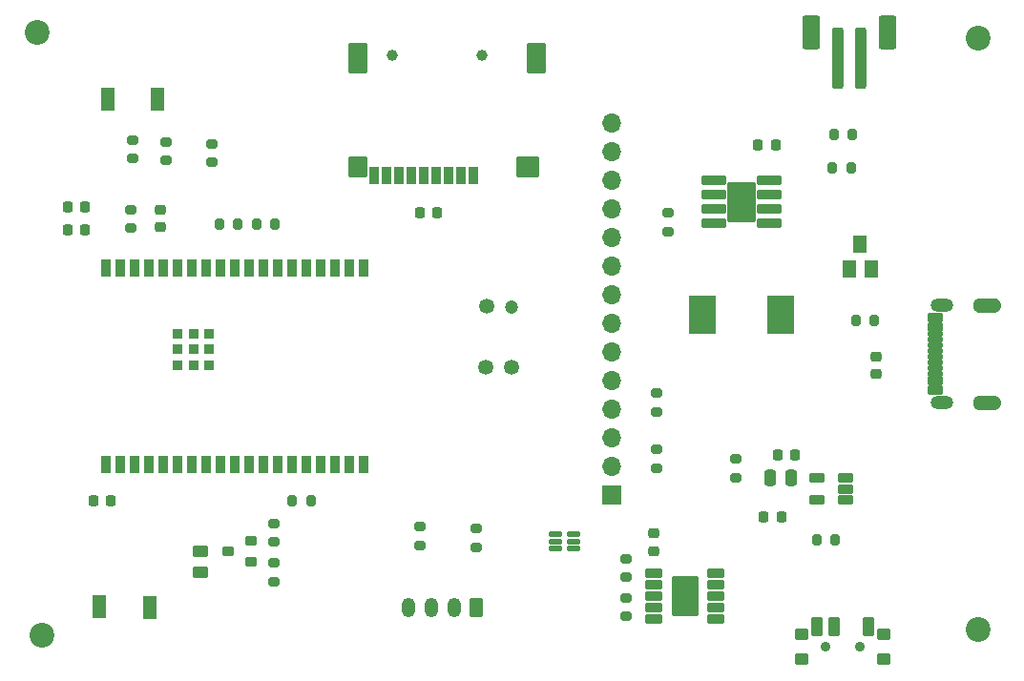
<source format=gbr>
%TF.GenerationSoftware,KiCad,Pcbnew,8.0.7*%
%TF.CreationDate,2025-04-23T11:54:06+05:30*%
%TF.ProjectId,schem,73636865-6d2e-46b6-9963-61645f706362,rev?*%
%TF.SameCoordinates,Original*%
%TF.FileFunction,Soldermask,Bot*%
%TF.FilePolarity,Negative*%
%FSLAX46Y46*%
G04 Gerber Fmt 4.6, Leading zero omitted, Abs format (unit mm)*
G04 Created by KiCad (PCBNEW 8.0.7) date 2025-04-23 11:54:06*
%MOMM*%
%LPD*%
G01*
G04 APERTURE LIST*
G04 Aperture macros list*
%AMRoundRect*
0 Rectangle with rounded corners*
0 $1 Rounding radius*
0 $2 $3 $4 $5 $6 $7 $8 $9 X,Y pos of 4 corners*
0 Add a 4 corners polygon primitive as box body*
4,1,4,$2,$3,$4,$5,$6,$7,$8,$9,$2,$3,0*
0 Add four circle primitives for the rounded corners*
1,1,$1+$1,$2,$3*
1,1,$1+$1,$4,$5*
1,1,$1+$1,$6,$7*
1,1,$1+$1,$8,$9*
0 Add four rect primitives between the rounded corners*
20,1,$1+$1,$2,$3,$4,$5,0*
20,1,$1+$1,$4,$5,$6,$7,0*
20,1,$1+$1,$6,$7,$8,$9,0*
20,1,$1+$1,$8,$9,$2,$3,0*%
G04 Aperture macros list end*
%ADD10C,0.010000*%
%ADD11C,0.999997*%
%ADD12RoundRect,0.102000X-0.350000X-0.650000X0.350000X-0.650000X0.350000X0.650000X-0.350000X0.650000X0*%
%ADD13RoundRect,0.102000X-0.723900X-0.825500X0.723900X-0.825500X0.723900X0.825500X-0.723900X0.825500X0*%
%ADD14RoundRect,0.102000X-0.723900X-1.219200X0.723900X-1.219200X0.723900X1.219200X-0.723900X1.219200X0*%
%ADD15RoundRect,0.102000X-0.927100X-0.825500X0.927100X-0.825500X0.927100X0.825500X-0.927100X0.825500X0*%
%ADD16O,2.004000X1.204000*%
%ADD17RoundRect,0.102000X-0.575000X0.150000X-0.575000X-0.150000X0.575000X-0.150000X0.575000X0.150000X0*%
%ADD18RoundRect,0.102000X-0.575000X0.300000X-0.575000X-0.300000X0.575000X-0.300000X0.575000X0.300000X0*%
%ADD19RoundRect,0.102000X0.500000X0.400000X-0.500000X0.400000X-0.500000X-0.400000X0.500000X-0.400000X0*%
%ADD20RoundRect,0.102000X0.400000X0.750000X-0.400000X0.750000X-0.400000X-0.750000X0.400000X-0.750000X0*%
%ADD21C,0.900000*%
%ADD22C,2.200000*%
%ADD23R,1.700000X1.700000*%
%ADD24O,1.700000X1.700000*%
%ADD25RoundRect,0.102000X-0.495000X0.150000X-0.495000X-0.150000X0.495000X-0.150000X0.495000X0.150000X0*%
%ADD26R,0.900000X1.500000*%
%ADD27R,0.900000X0.900000*%
%ADD28RoundRect,0.200000X0.275000X-0.200000X0.275000X0.200000X-0.275000X0.200000X-0.275000X-0.200000X0*%
%ADD29RoundRect,0.198500X0.508500X0.198500X-0.508500X0.198500X-0.508500X-0.198500X0.508500X-0.198500X0*%
%ADD30RoundRect,0.225000X0.225000X0.250000X-0.225000X0.250000X-0.225000X-0.250000X0.225000X-0.250000X0*%
%ADD31RoundRect,0.250000X0.250000X2.500000X-0.250000X2.500000X-0.250000X-2.500000X0.250000X-2.500000X0*%
%ADD32RoundRect,0.250000X0.550000X1.250000X-0.550000X1.250000X-0.550000X-1.250000X0.550000X-1.250000X0*%
%ADD33RoundRect,0.200000X-0.275000X0.200000X-0.275000X-0.200000X0.275000X-0.200000X0.275000X0.200000X0*%
%ADD34C,1.350000*%
%ADD35C,1.200000*%
%ADD36RoundRect,0.102000X1.050000X1.650000X-1.050000X1.650000X-1.050000X-1.650000X1.050000X-1.650000X0*%
%ADD37RoundRect,0.102000X0.655000X0.300000X-0.655000X0.300000X-0.655000X-0.300000X0.655000X-0.300000X0*%
%ADD38RoundRect,0.200000X0.200000X0.275000X-0.200000X0.275000X-0.200000X-0.275000X0.200000X-0.275000X0*%
%ADD39RoundRect,0.225000X-0.250000X0.225000X-0.250000X-0.225000X0.250000X-0.225000X0.250000X0.225000X0*%
%ADD40RoundRect,0.100500X-0.986500X-0.301500X0.986500X-0.301500X0.986500X0.301500X-0.986500X0.301500X0*%
%ADD41RoundRect,0.102000X-1.206500X-1.651000X1.206500X-1.651000X1.206500X1.651000X-1.206500X1.651000X0*%
%ADD42RoundRect,0.200000X-0.200000X-0.275000X0.200000X-0.275000X0.200000X0.275000X-0.200000X0.275000X0*%
%ADD43R,1.220000X2.060000*%
%ADD44RoundRect,0.102000X0.400000X0.300000X-0.400000X0.300000X-0.400000X-0.300000X0.400000X-0.300000X0*%
%ADD45RoundRect,0.225000X0.250000X-0.225000X0.250000X0.225000X-0.250000X0.225000X-0.250000X-0.225000X0*%
%ADD46RoundRect,0.102000X0.500000X0.700000X-0.500000X0.700000X-0.500000X-0.700000X0.500000X-0.700000X0*%
%ADD47RoundRect,0.102000X1.125000X1.590000X-1.125000X1.590000X-1.125000X-1.590000X1.125000X-1.590000X0*%
%ADD48RoundRect,0.250000X0.250000X0.475000X-0.250000X0.475000X-0.250000X-0.475000X0.250000X-0.475000X0*%
%ADD49RoundRect,0.250000X0.350000X0.625000X-0.350000X0.625000X-0.350000X-0.625000X0.350000X-0.625000X0*%
%ADD50O,1.200000X1.750000*%
%ADD51RoundRect,0.250000X0.450000X-0.262500X0.450000X0.262500X-0.450000X0.262500X-0.450000X-0.262500X0*%
G04 APERTURE END LIST*
D10*
%TO.C,J5*%
X178393499Y-113721000D02*
X178425498Y-113722995D01*
X178456499Y-113726997D01*
X178487497Y-113732999D01*
X178517496Y-113740001D01*
X178547498Y-113748998D01*
X178577503Y-113759999D01*
X178606497Y-113772002D01*
X178634497Y-113785005D01*
X178662499Y-113800001D01*
X178689501Y-113816998D01*
X178715501Y-113835000D01*
X178740500Y-113854000D01*
X178763497Y-113873997D01*
X178786498Y-113895996D01*
X178808499Y-113918997D01*
X178828500Y-113942000D01*
X178847498Y-113967000D01*
X178865499Y-113992998D01*
X178882496Y-114020005D01*
X178897500Y-114047996D01*
X178910494Y-114076003D01*
X178922505Y-114104997D01*
X178933494Y-114135001D01*
X178942499Y-114164993D01*
X178949495Y-114195003D01*
X178955501Y-114225998D01*
X178959497Y-114256998D01*
X178961493Y-114289001D01*
X178962500Y-114319997D01*
X178961499Y-114351001D01*
X178959499Y-114383001D01*
X178955493Y-114413998D01*
X178949493Y-114445002D01*
X178942506Y-114475004D01*
X178933497Y-114505003D01*
X178922494Y-114535002D01*
X178910498Y-114563998D01*
X178897502Y-114591999D01*
X178882499Y-114619999D01*
X178865494Y-114646999D01*
X178847495Y-114673004D01*
X178828498Y-114698000D01*
X178808501Y-114720996D01*
X178786501Y-114744004D01*
X178763496Y-114766001D01*
X178740502Y-114786000D01*
X178715501Y-114805000D01*
X178689496Y-114822998D01*
X178662495Y-114840005D01*
X178634492Y-114855001D01*
X178606501Y-114868000D01*
X178577497Y-114880007D01*
X178547496Y-114890997D01*
X178517493Y-114900002D01*
X178487500Y-114906996D01*
X178456494Y-114913004D01*
X178425495Y-114917002D01*
X178393505Y-114919002D01*
X178362499Y-114920002D01*
X177762494Y-114920000D01*
X177162500Y-114919994D01*
X177131500Y-114918999D01*
X177099492Y-114916997D01*
X177068495Y-114912997D01*
X177037496Y-114907003D01*
X177007494Y-114900000D01*
X176977496Y-114891002D01*
X176947498Y-114879997D01*
X176918498Y-114867997D01*
X176890493Y-114855003D01*
X176862498Y-114839994D01*
X176835495Y-114823001D01*
X176809500Y-114804998D01*
X176784501Y-114785996D01*
X176761495Y-114766001D01*
X176738499Y-114743995D01*
X176716503Y-114721001D01*
X176696498Y-114698000D01*
X176677499Y-114672998D01*
X176659496Y-114647000D01*
X176642500Y-114620000D01*
X176627501Y-114592005D01*
X176614496Y-114564001D01*
X176602490Y-114535003D01*
X176591501Y-114504996D01*
X176582499Y-114474999D01*
X176575496Y-114444997D01*
X176569496Y-114414000D01*
X176565498Y-114382999D01*
X176563497Y-114351001D01*
X176562495Y-114320000D01*
X176563496Y-114288999D01*
X176565501Y-114257005D01*
X176569500Y-114226001D01*
X176575496Y-114195001D01*
X176582502Y-114165001D01*
X176591496Y-114134999D01*
X176602506Y-114105002D01*
X176614496Y-114076002D01*
X176627500Y-114048002D01*
X176642497Y-114019996D01*
X176659497Y-113993001D01*
X176677500Y-113966999D01*
X176696499Y-113941999D01*
X176716498Y-113919003D01*
X176738498Y-113896003D01*
X176761499Y-113874003D01*
X176784502Y-113854001D01*
X176809500Y-113834999D01*
X176835500Y-113817001D01*
X176862498Y-113799999D01*
X176890494Y-113784995D01*
X176918497Y-113771998D01*
X176947502Y-113760000D01*
X176977498Y-113749002D01*
X177007496Y-113739999D01*
X177037497Y-113733004D01*
X177068500Y-113727008D01*
X177099495Y-113723005D01*
X177131500Y-113720999D01*
X177162503Y-113720002D01*
X177762496Y-113719998D01*
X178362501Y-113719997D01*
X178393499Y-113721000D01*
G36*
X178393499Y-113721000D02*
G01*
X178425498Y-113722995D01*
X178456499Y-113726997D01*
X178487497Y-113732999D01*
X178517496Y-113740001D01*
X178547498Y-113748998D01*
X178577503Y-113759999D01*
X178606497Y-113772002D01*
X178634497Y-113785005D01*
X178662499Y-113800001D01*
X178689501Y-113816998D01*
X178715501Y-113835000D01*
X178740500Y-113854000D01*
X178763497Y-113873997D01*
X178786498Y-113895996D01*
X178808499Y-113918997D01*
X178828500Y-113942000D01*
X178847498Y-113967000D01*
X178865499Y-113992998D01*
X178882496Y-114020005D01*
X178897500Y-114047996D01*
X178910494Y-114076003D01*
X178922505Y-114104997D01*
X178933494Y-114135001D01*
X178942499Y-114164993D01*
X178949495Y-114195003D01*
X178955501Y-114225998D01*
X178959497Y-114256998D01*
X178961493Y-114289001D01*
X178962500Y-114319997D01*
X178961499Y-114351001D01*
X178959499Y-114383001D01*
X178955493Y-114413998D01*
X178949493Y-114445002D01*
X178942506Y-114475004D01*
X178933497Y-114505003D01*
X178922494Y-114535002D01*
X178910498Y-114563998D01*
X178897502Y-114591999D01*
X178882499Y-114619999D01*
X178865494Y-114646999D01*
X178847495Y-114673004D01*
X178828498Y-114698000D01*
X178808501Y-114720996D01*
X178786501Y-114744004D01*
X178763496Y-114766001D01*
X178740502Y-114786000D01*
X178715501Y-114805000D01*
X178689496Y-114822998D01*
X178662495Y-114840005D01*
X178634492Y-114855001D01*
X178606501Y-114868000D01*
X178577497Y-114880007D01*
X178547496Y-114890997D01*
X178517493Y-114900002D01*
X178487500Y-114906996D01*
X178456494Y-114913004D01*
X178425495Y-114917002D01*
X178393505Y-114919002D01*
X178362499Y-114920002D01*
X177762494Y-114920000D01*
X177162500Y-114919994D01*
X177131500Y-114918999D01*
X177099492Y-114916997D01*
X177068495Y-114912997D01*
X177037496Y-114907003D01*
X177007494Y-114900000D01*
X176977496Y-114891002D01*
X176947498Y-114879997D01*
X176918498Y-114867997D01*
X176890493Y-114855003D01*
X176862498Y-114839994D01*
X176835495Y-114823001D01*
X176809500Y-114804998D01*
X176784501Y-114785996D01*
X176761495Y-114766001D01*
X176738499Y-114743995D01*
X176716503Y-114721001D01*
X176696498Y-114698000D01*
X176677499Y-114672998D01*
X176659496Y-114647000D01*
X176642500Y-114620000D01*
X176627501Y-114592005D01*
X176614496Y-114564001D01*
X176602490Y-114535003D01*
X176591501Y-114504996D01*
X176582499Y-114474999D01*
X176575496Y-114444997D01*
X176569496Y-114414000D01*
X176565498Y-114382999D01*
X176563497Y-114351001D01*
X176562495Y-114320000D01*
X176563496Y-114288999D01*
X176565501Y-114257005D01*
X176569500Y-114226001D01*
X176575496Y-114195001D01*
X176582502Y-114165001D01*
X176591496Y-114134999D01*
X176602506Y-114105002D01*
X176614496Y-114076002D01*
X176627500Y-114048002D01*
X176642497Y-114019996D01*
X176659497Y-113993001D01*
X176677500Y-113966999D01*
X176696499Y-113941999D01*
X176716498Y-113919003D01*
X176738498Y-113896003D01*
X176761499Y-113874003D01*
X176784502Y-113854001D01*
X176809500Y-113834999D01*
X176835500Y-113817001D01*
X176862498Y-113799999D01*
X176890494Y-113784995D01*
X176918497Y-113771998D01*
X176947502Y-113760000D01*
X176977498Y-113749002D01*
X177007496Y-113739999D01*
X177037497Y-113733004D01*
X177068500Y-113727008D01*
X177099495Y-113723005D01*
X177131500Y-113720999D01*
X177162503Y-113720002D01*
X177762496Y-113719998D01*
X178362501Y-113719997D01*
X178393499Y-113721000D01*
G37*
X177762502Y-105080000D02*
X178362496Y-105080006D01*
X178393496Y-105081001D01*
X178425504Y-105083003D01*
X178456501Y-105087003D01*
X178487500Y-105092997D01*
X178517502Y-105100000D01*
X178547500Y-105108998D01*
X178577498Y-105120003D01*
X178606498Y-105132003D01*
X178634503Y-105144997D01*
X178662498Y-105160006D01*
X178689501Y-105176999D01*
X178715496Y-105195002D01*
X178740495Y-105214004D01*
X178763501Y-105233999D01*
X178786497Y-105256005D01*
X178808493Y-105278999D01*
X178828498Y-105302000D01*
X178847497Y-105327002D01*
X178865500Y-105353000D01*
X178882496Y-105380000D01*
X178897495Y-105407995D01*
X178910500Y-105435999D01*
X178922506Y-105464997D01*
X178933495Y-105495004D01*
X178942497Y-105525001D01*
X178949500Y-105555003D01*
X178955500Y-105586000D01*
X178959498Y-105617001D01*
X178961499Y-105648999D01*
X178962501Y-105680000D01*
X178961500Y-105711001D01*
X178959495Y-105742995D01*
X178955496Y-105773999D01*
X178949500Y-105804999D01*
X178942494Y-105834999D01*
X178933500Y-105865001D01*
X178922490Y-105894998D01*
X178910500Y-105923998D01*
X178897496Y-105951998D01*
X178882499Y-105980004D01*
X178865499Y-106006999D01*
X178847496Y-106033001D01*
X178828497Y-106058001D01*
X178808498Y-106080997D01*
X178786498Y-106103997D01*
X178763497Y-106125997D01*
X178740494Y-106145999D01*
X178715496Y-106165001D01*
X178689496Y-106182999D01*
X178662498Y-106200001D01*
X178634502Y-106215005D01*
X178606499Y-106228002D01*
X178577494Y-106240000D01*
X178547498Y-106250998D01*
X178517500Y-106260001D01*
X178487499Y-106266996D01*
X178456496Y-106272992D01*
X178425501Y-106276995D01*
X178393496Y-106279001D01*
X178362493Y-106279998D01*
X177762500Y-106280002D01*
X177162495Y-106280003D01*
X177131497Y-106279000D01*
X177099498Y-106277005D01*
X177068497Y-106273003D01*
X177037499Y-106267001D01*
X177007500Y-106259999D01*
X176977498Y-106251002D01*
X176947493Y-106240001D01*
X176918499Y-106227998D01*
X176890499Y-106214995D01*
X176862497Y-106199999D01*
X176835495Y-106183002D01*
X176809495Y-106165000D01*
X176784496Y-106146000D01*
X176761499Y-106126003D01*
X176738498Y-106104004D01*
X176716497Y-106081003D01*
X176696496Y-106058000D01*
X176677498Y-106033000D01*
X176659497Y-106007002D01*
X176642500Y-105979995D01*
X176627496Y-105952004D01*
X176614502Y-105923997D01*
X176602491Y-105895003D01*
X176591502Y-105864999D01*
X176582497Y-105835007D01*
X176575501Y-105804997D01*
X176569495Y-105774002D01*
X176565499Y-105743002D01*
X176563503Y-105710999D01*
X176562496Y-105680003D01*
X176563497Y-105648999D01*
X176565497Y-105616999D01*
X176569503Y-105586002D01*
X176575503Y-105554998D01*
X176582490Y-105524996D01*
X176591499Y-105494997D01*
X176602502Y-105464998D01*
X176614498Y-105436002D01*
X176627494Y-105408001D01*
X176642497Y-105380001D01*
X176659502Y-105353001D01*
X176677501Y-105326996D01*
X176696498Y-105302000D01*
X176716495Y-105279004D01*
X176738495Y-105255996D01*
X176761500Y-105233999D01*
X176784494Y-105214000D01*
X176809495Y-105195000D01*
X176835500Y-105177002D01*
X176862501Y-105159995D01*
X176890504Y-105144999D01*
X176918495Y-105132000D01*
X176947499Y-105119993D01*
X176977500Y-105109003D01*
X177007503Y-105099998D01*
X177037496Y-105093004D01*
X177068502Y-105086996D01*
X177099501Y-105082998D01*
X177131491Y-105080998D01*
X177162497Y-105079998D01*
X177762502Y-105080000D01*
G36*
X177762502Y-105080000D02*
G01*
X178362496Y-105080006D01*
X178393496Y-105081001D01*
X178425504Y-105083003D01*
X178456501Y-105087003D01*
X178487500Y-105092997D01*
X178517502Y-105100000D01*
X178547500Y-105108998D01*
X178577498Y-105120003D01*
X178606498Y-105132003D01*
X178634503Y-105144997D01*
X178662498Y-105160006D01*
X178689501Y-105176999D01*
X178715496Y-105195002D01*
X178740495Y-105214004D01*
X178763501Y-105233999D01*
X178786497Y-105256005D01*
X178808493Y-105278999D01*
X178828498Y-105302000D01*
X178847497Y-105327002D01*
X178865500Y-105353000D01*
X178882496Y-105380000D01*
X178897495Y-105407995D01*
X178910500Y-105435999D01*
X178922506Y-105464997D01*
X178933495Y-105495004D01*
X178942497Y-105525001D01*
X178949500Y-105555003D01*
X178955500Y-105586000D01*
X178959498Y-105617001D01*
X178961499Y-105648999D01*
X178962501Y-105680000D01*
X178961500Y-105711001D01*
X178959495Y-105742995D01*
X178955496Y-105773999D01*
X178949500Y-105804999D01*
X178942494Y-105834999D01*
X178933500Y-105865001D01*
X178922490Y-105894998D01*
X178910500Y-105923998D01*
X178897496Y-105951998D01*
X178882499Y-105980004D01*
X178865499Y-106006999D01*
X178847496Y-106033001D01*
X178828497Y-106058001D01*
X178808498Y-106080997D01*
X178786498Y-106103997D01*
X178763497Y-106125997D01*
X178740494Y-106145999D01*
X178715496Y-106165001D01*
X178689496Y-106182999D01*
X178662498Y-106200001D01*
X178634502Y-106215005D01*
X178606499Y-106228002D01*
X178577494Y-106240000D01*
X178547498Y-106250998D01*
X178517500Y-106260001D01*
X178487499Y-106266996D01*
X178456496Y-106272992D01*
X178425501Y-106276995D01*
X178393496Y-106279001D01*
X178362493Y-106279998D01*
X177762500Y-106280002D01*
X177162495Y-106280003D01*
X177131497Y-106279000D01*
X177099498Y-106277005D01*
X177068497Y-106273003D01*
X177037499Y-106267001D01*
X177007500Y-106259999D01*
X176977498Y-106251002D01*
X176947493Y-106240001D01*
X176918499Y-106227998D01*
X176890499Y-106214995D01*
X176862497Y-106199999D01*
X176835495Y-106183002D01*
X176809495Y-106165000D01*
X176784496Y-106146000D01*
X176761499Y-106126003D01*
X176738498Y-106104004D01*
X176716497Y-106081003D01*
X176696496Y-106058000D01*
X176677498Y-106033000D01*
X176659497Y-106007002D01*
X176642500Y-105979995D01*
X176627496Y-105952004D01*
X176614502Y-105923997D01*
X176602491Y-105895003D01*
X176591502Y-105864999D01*
X176582497Y-105835007D01*
X176575501Y-105804997D01*
X176569495Y-105774002D01*
X176565499Y-105743002D01*
X176563503Y-105710999D01*
X176562496Y-105680003D01*
X176563497Y-105648999D01*
X176565497Y-105616999D01*
X176569503Y-105586002D01*
X176575503Y-105554998D01*
X176582490Y-105524996D01*
X176591499Y-105494997D01*
X176602502Y-105464998D01*
X176614498Y-105436002D01*
X176627494Y-105408001D01*
X176642497Y-105380001D01*
X176659502Y-105353001D01*
X176677501Y-105326996D01*
X176696498Y-105302000D01*
X176716495Y-105279004D01*
X176738495Y-105255996D01*
X176761500Y-105233999D01*
X176784494Y-105214000D01*
X176809495Y-105195000D01*
X176835500Y-105177002D01*
X176862501Y-105159995D01*
X176890504Y-105144999D01*
X176918495Y-105132000D01*
X176947499Y-105119993D01*
X176977500Y-105109003D01*
X177007503Y-105099998D01*
X177037496Y-105093004D01*
X177068502Y-105086996D01*
X177099501Y-105082998D01*
X177131491Y-105080998D01*
X177162497Y-105079998D01*
X177762502Y-105080000D01*
G37*
%TD*%
D11*
%TO.C,SD1*%
X125000000Y-83500000D03*
X132975600Y-83500000D03*
D12*
X132233600Y-94204400D03*
X131133600Y-94204400D03*
X130033600Y-94204400D03*
X128933600Y-94204400D03*
X127833600Y-94204400D03*
X126733600Y-94204400D03*
X125633600Y-94204400D03*
X124533600Y-94204400D03*
X123433600Y-94204400D03*
D13*
X122015200Y-93430600D03*
D14*
X122015200Y-83730600D03*
X137840000Y-83730600D03*
D15*
X137065000Y-93430600D03*
%TD*%
D16*
%TO.C,J5*%
X173762499Y-114320003D03*
X173762493Y-105680003D03*
D17*
X173187500Y-108250002D03*
X173187497Y-109250000D03*
X173187495Y-110749999D03*
X173187504Y-111750000D03*
D18*
X173187495Y-112399999D03*
X173187502Y-113200000D03*
D17*
X173187497Y-111249991D03*
X173187503Y-110250004D03*
X173187492Y-109749999D03*
X173187500Y-108749995D03*
D18*
X173187499Y-107599999D03*
X173187488Y-106800002D03*
%TD*%
D19*
%TO.C,SW3*%
X161350000Y-137100000D03*
X168650000Y-137100000D03*
X161350000Y-134900000D03*
X168650000Y-134900000D03*
D20*
X162750000Y-134250000D03*
X164250000Y-134250000D03*
X167250000Y-134250000D03*
D21*
X163500000Y-136000000D03*
X166500000Y-136000000D03*
%TD*%
D22*
%TO.C,H2*%
X94000000Y-135000000D03*
%TD*%
%TO.C,H1*%
X177000000Y-82000000D03*
%TD*%
%TO.C,H3*%
X93500000Y-81500000D03*
%TD*%
D23*
%TO.C,J4*%
X144500000Y-122520000D03*
D24*
X144500000Y-119980000D03*
X144500000Y-117440000D03*
X144500000Y-114900000D03*
X144500000Y-112360000D03*
X144500000Y-109820000D03*
X144500000Y-107280000D03*
X144500000Y-104740000D03*
X144500000Y-102200000D03*
X144500000Y-99660000D03*
X144500000Y-97120000D03*
X144500000Y-94580000D03*
X144500000Y-92040000D03*
X144500000Y-89500000D03*
%TD*%
D22*
%TO.C,H4*%
X177000000Y-134500000D03*
%TD*%
D25*
%TO.C,U2*%
X141110000Y-126000000D03*
X141110000Y-126650000D03*
X141110000Y-127300000D03*
X139500000Y-127300000D03*
X139500000Y-126650000D03*
X139500000Y-126000000D03*
%TD*%
D26*
%TO.C,U6*%
X99600000Y-102350000D03*
X100870000Y-102350000D03*
X102140000Y-102350000D03*
X103410000Y-102350000D03*
X104680000Y-102350000D03*
X105950000Y-102350000D03*
X107220000Y-102350000D03*
X108490000Y-102350000D03*
X109760000Y-102350000D03*
X111030000Y-102350000D03*
X112300000Y-102350000D03*
X113570000Y-102350000D03*
X114840000Y-102350000D03*
X116110000Y-102350000D03*
X117380000Y-102350000D03*
X118650000Y-102350000D03*
X119920000Y-102350000D03*
X121190000Y-102350000D03*
X122460000Y-102350000D03*
X122460000Y-119850000D03*
X121190000Y-119850000D03*
X119920000Y-119850000D03*
X118650000Y-119850000D03*
X117380000Y-119850000D03*
X116110000Y-119850000D03*
X114840000Y-119850000D03*
X113570000Y-119850000D03*
X112300000Y-119850000D03*
X111030000Y-119850000D03*
X109760000Y-119850000D03*
X108490000Y-119850000D03*
X107220000Y-119850000D03*
X105950000Y-119850000D03*
X104680000Y-119850000D03*
X103410000Y-119850000D03*
X102140000Y-119850000D03*
X100870000Y-119850000D03*
X99600000Y-119850000D03*
D27*
X107400000Y-109600000D03*
X108800000Y-108200000D03*
X108800000Y-109600000D03*
X108800000Y-111000000D03*
X107400000Y-111000000D03*
X106000000Y-111000000D03*
X106000000Y-109600000D03*
X106000000Y-108200000D03*
X107400000Y-108200000D03*
%TD*%
D28*
%TO.C,R15*%
X148500000Y-115150000D03*
X148500000Y-113500000D03*
%TD*%
%TO.C,R17*%
X105000000Y-92825000D03*
X105000000Y-91175000D03*
%TD*%
D29*
%TO.C,U5*%
X165255000Y-121050000D03*
X165255000Y-122000000D03*
X165255000Y-122950000D03*
X162745000Y-122950000D03*
X162745000Y-121050000D03*
%TD*%
D30*
%TO.C,C11*%
X129050000Y-97500000D03*
X127500000Y-97500000D03*
%TD*%
D31*
%TO.C,J2*%
X166600000Y-83750000D03*
X164600000Y-83750000D03*
D32*
X169000000Y-81500000D03*
X162200000Y-81500000D03*
%TD*%
D28*
%TO.C,R18*%
X114500000Y-126700000D03*
X114500000Y-125050000D03*
%TD*%
D33*
%TO.C,R4*%
X155500000Y-119350000D03*
X155500000Y-121000000D03*
%TD*%
%TO.C,R9*%
X132500000Y-125500000D03*
X132500000Y-127150000D03*
%TD*%
D34*
%TO.C,U7*%
X133359100Y-111187900D03*
X133406052Y-105792324D03*
D35*
X135640970Y-105812152D03*
D34*
X135594018Y-111207728D03*
%TD*%
D36*
%TO.C,U1*%
X151000000Y-131500000D03*
D37*
X153750000Y-129500000D03*
X153750000Y-130500000D03*
X153750000Y-131500000D03*
X153750000Y-132500000D03*
X153750000Y-133500000D03*
X148250000Y-133500000D03*
X148250000Y-132500000D03*
X148250000Y-131500000D03*
X148250000Y-130500000D03*
X148250000Y-129500000D03*
%TD*%
D30*
%TO.C,C10*%
X159050000Y-91500000D03*
X157500000Y-91500000D03*
%TD*%
D38*
%TO.C,U3*%
X167825000Y-107000000D03*
X166175000Y-107000000D03*
%TD*%
D30*
%TO.C,C9*%
X160775000Y-119000000D03*
X159225000Y-119000000D03*
%TD*%
%TO.C,C7*%
X159550000Y-124500000D03*
X158000000Y-124500000D03*
%TD*%
D39*
%TO.C,C2*%
X168000000Y-110225000D03*
X168000000Y-111775000D03*
%TD*%
D38*
%TO.C,R7*%
X165875000Y-90500000D03*
X164225000Y-90500000D03*
%TD*%
D40*
%TO.C,IC1*%
X153525000Y-98405000D03*
X153525000Y-97135000D03*
X153525000Y-95865000D03*
X153525000Y-94595000D03*
X158475000Y-94595000D03*
X158475000Y-95865000D03*
X158475000Y-97135000D03*
X158475000Y-98405000D03*
D41*
X156000000Y-96500000D03*
%TD*%
D42*
%TO.C,R6*%
X116175000Y-123000000D03*
X117825000Y-123000000D03*
%TD*%
D43*
%TO.C,SW2*%
X104220000Y-87420000D03*
X99780000Y-87400000D03*
%TD*%
D38*
%TO.C,R5*%
X164325000Y-126500000D03*
X162675000Y-126500000D03*
%TD*%
D44*
%TO.C,Q1*%
X112500000Y-126600000D03*
X112500000Y-128500000D03*
X110480000Y-127550000D03*
%TD*%
D30*
%TO.C,C5*%
X97775000Y-97000000D03*
X96225000Y-97000000D03*
%TD*%
D28*
%TO.C,R14*%
X109000000Y-93000000D03*
X109000000Y-91350000D03*
%TD*%
%TO.C,R19*%
X114500000Y-130200000D03*
X114500000Y-128550000D03*
%TD*%
D33*
%TO.C,Rprog1*%
X149500000Y-97500000D03*
X149500000Y-99150000D03*
%TD*%
D28*
%TO.C,R2*%
X145750000Y-133325000D03*
X145750000Y-131675000D03*
%TD*%
D33*
%TO.C,R1*%
X145750000Y-128175000D03*
X145750000Y-129825000D03*
%TD*%
D28*
%TO.C,R13*%
X148500000Y-120150000D03*
X148500000Y-118500000D03*
%TD*%
D45*
%TO.C,C6*%
X104500000Y-98775000D03*
X104500000Y-97225000D03*
%TD*%
D46*
%TO.C,U4*%
X167500000Y-102500000D03*
X165600000Y-102500000D03*
X166550000Y-100300000D03*
%TD*%
D28*
%TO.C,R16*%
X102000000Y-92675000D03*
X102000000Y-91025000D03*
%TD*%
D42*
%TO.C,R10*%
X109675000Y-98525000D03*
X111325000Y-98525000D03*
%TD*%
D28*
%TO.C,R3*%
X101833700Y-98825100D03*
X101833700Y-97175100D03*
%TD*%
D47*
%TO.C,D1*%
X152545000Y-106500000D03*
X159455000Y-106500000D03*
%TD*%
D33*
%TO.C,R12*%
X127500000Y-125350000D03*
X127500000Y-127000000D03*
%TD*%
D42*
%TO.C,R11*%
X113000000Y-98500000D03*
X114650000Y-98500000D03*
%TD*%
D30*
%TO.C,C3*%
X100050000Y-123000000D03*
X98500000Y-123000000D03*
%TD*%
D48*
%TO.C,C8*%
X160450000Y-121000000D03*
X158550000Y-121000000D03*
%TD*%
D49*
%TO.C,J3*%
X132500000Y-132500000D03*
D50*
X130500000Y-132500000D03*
X128500000Y-132500000D03*
X126500000Y-132500000D03*
%TD*%
D39*
%TO.C,C1*%
X148250000Y-125950000D03*
X148250000Y-127500000D03*
%TD*%
D30*
%TO.C,C4*%
X97775000Y-99000000D03*
X96225000Y-99000000D03*
%TD*%
D51*
%TO.C,R20*%
X107990000Y-129375000D03*
X107990000Y-127550000D03*
%TD*%
D43*
%TO.C,SW1*%
X103500000Y-132500000D03*
X99060000Y-132480000D03*
%TD*%
D38*
%TO.C,R8*%
X165725000Y-93500000D03*
X164075000Y-93500000D03*
%TD*%
M02*

</source>
